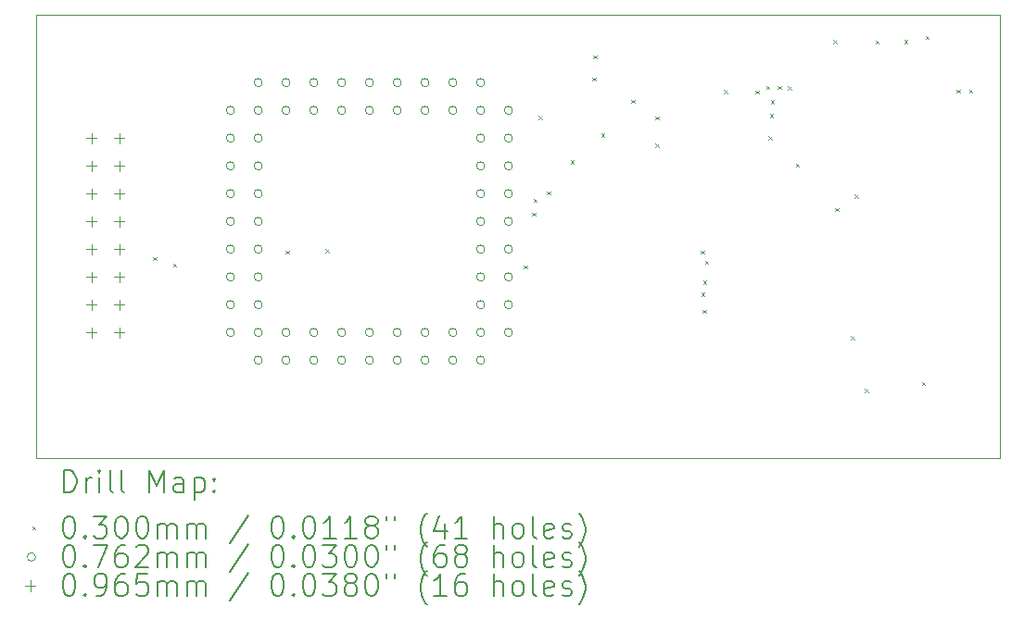
<source format=gbr>
%TF.GenerationSoftware,KiCad,Pcbnew,8.0.2-1*%
%TF.CreationDate,2024-05-11T10:02:11-04:00*%
%TF.ProjectId,Rom 01 IIgs RGBToHDMI,526f6d20-3031-4204-9949-677320524742,rev?*%
%TF.SameCoordinates,Original*%
%TF.FileFunction,Drillmap*%
%TF.FilePolarity,Positive*%
%FSLAX45Y45*%
G04 Gerber Fmt 4.5, Leading zero omitted, Abs format (unit mm)*
G04 Created by KiCad (PCBNEW 8.0.2-1) date 2024-05-11 10:02:11*
%MOMM*%
%LPD*%
G01*
G04 APERTURE LIST*
%ADD10C,0.050000*%
%ADD11C,0.200000*%
%ADD12C,0.100000*%
G04 APERTURE END LIST*
D10*
X6985000Y-6750000D02*
X15794000Y-6750000D01*
X15794000Y-10800000D01*
X6985000Y-10800000D01*
X6985000Y-6750000D01*
D11*
D12*
X8059010Y-8960990D02*
X8089010Y-8990990D01*
X8089010Y-8960990D02*
X8059010Y-8990990D01*
X8239240Y-9022110D02*
X8269240Y-9052110D01*
X8269240Y-9022110D02*
X8239240Y-9052110D01*
X9268640Y-8901560D02*
X9298640Y-8931560D01*
X9298640Y-8901560D02*
X9268640Y-8931560D01*
X9631490Y-8891620D02*
X9661490Y-8921620D01*
X9661490Y-8891620D02*
X9631490Y-8921620D01*
X11445590Y-9037670D02*
X11475590Y-9067670D01*
X11475590Y-9037670D02*
X11445590Y-9067670D01*
X11521650Y-8557050D02*
X11551650Y-8587050D01*
X11551650Y-8557050D02*
X11521650Y-8587050D01*
X11533290Y-8428640D02*
X11563290Y-8458640D01*
X11563290Y-8428640D02*
X11533290Y-8458640D01*
X11580000Y-7671060D02*
X11610000Y-7701060D01*
X11610000Y-7671060D02*
X11580000Y-7701060D01*
X11655080Y-8360210D02*
X11685080Y-8390210D01*
X11685080Y-8360210D02*
X11655080Y-8390210D01*
X11870040Y-8076370D02*
X11900040Y-8106370D01*
X11900040Y-8076370D02*
X11870040Y-8106370D01*
X12072160Y-7319950D02*
X12102160Y-7349950D01*
X12102160Y-7319950D02*
X12072160Y-7349950D01*
X12077540Y-7118030D02*
X12107540Y-7148030D01*
X12107540Y-7118030D02*
X12077540Y-7148030D01*
X12150170Y-7830350D02*
X12180170Y-7860350D01*
X12180170Y-7830350D02*
X12150170Y-7860350D01*
X12426210Y-7522000D02*
X12456210Y-7552000D01*
X12456210Y-7522000D02*
X12426210Y-7552000D01*
X12643790Y-7674050D02*
X12673790Y-7704050D01*
X12673790Y-7674050D02*
X12643790Y-7704050D01*
X12645790Y-7923540D02*
X12675790Y-7953540D01*
X12675790Y-7923540D02*
X12645790Y-7953540D01*
X13063060Y-8901290D02*
X13093060Y-8931290D01*
X13093060Y-8901290D02*
X13063060Y-8931290D01*
X13065680Y-9289500D02*
X13095680Y-9319500D01*
X13095680Y-9289500D02*
X13065680Y-9319500D01*
X13075900Y-9445440D02*
X13105900Y-9475440D01*
X13105900Y-9445440D02*
X13075900Y-9475440D01*
X13081970Y-9179530D02*
X13111970Y-9209530D01*
X13111970Y-9179530D02*
X13081970Y-9209530D01*
X13099610Y-8996560D02*
X13129610Y-9026560D01*
X13129610Y-8996560D02*
X13099610Y-9026560D01*
X13273620Y-7436040D02*
X13303620Y-7466040D01*
X13303620Y-7436040D02*
X13273620Y-7466040D01*
X13560340Y-7437880D02*
X13590340Y-7467880D01*
X13590340Y-7437880D02*
X13560340Y-7467880D01*
X13656160Y-7395230D02*
X13686160Y-7425230D01*
X13686160Y-7395230D02*
X13656160Y-7425230D01*
X13680280Y-7855260D02*
X13710280Y-7885260D01*
X13710280Y-7855260D02*
X13680280Y-7885260D01*
X13691260Y-7652850D02*
X13721260Y-7682850D01*
X13721260Y-7652850D02*
X13691260Y-7682850D01*
X13700460Y-7525430D02*
X13730460Y-7555430D01*
X13730460Y-7525430D02*
X13700460Y-7555430D01*
X13761730Y-7394030D02*
X13791730Y-7424030D01*
X13791730Y-7394030D02*
X13761730Y-7424030D01*
X13855070Y-7400850D02*
X13885070Y-7430850D01*
X13885070Y-7400850D02*
X13855070Y-7430850D01*
X13926990Y-8107150D02*
X13956990Y-8137150D01*
X13956990Y-8107150D02*
X13926990Y-8137150D01*
X14272660Y-6978240D02*
X14302660Y-7008240D01*
X14302660Y-6978240D02*
X14272660Y-7008240D01*
X14286880Y-8514900D02*
X14316880Y-8544900D01*
X14316880Y-8514900D02*
X14286880Y-8544900D01*
X14431160Y-9687300D02*
X14461160Y-9717300D01*
X14461160Y-9687300D02*
X14431160Y-9717300D01*
X14464650Y-8390560D02*
X14494650Y-8420560D01*
X14494650Y-8390560D02*
X14464650Y-8420560D01*
X14557350Y-10168570D02*
X14587350Y-10198570D01*
X14587350Y-10168570D02*
X14557350Y-10198570D01*
X14655590Y-6981330D02*
X14685590Y-7011330D01*
X14685590Y-6981330D02*
X14655590Y-7011330D01*
X14920290Y-6977360D02*
X14950290Y-7007360D01*
X14950290Y-6977360D02*
X14920290Y-7007360D01*
X15080180Y-10104330D02*
X15110180Y-10134330D01*
X15110180Y-10104330D02*
X15080180Y-10134330D01*
X15113320Y-6937530D02*
X15143320Y-6967530D01*
X15143320Y-6937530D02*
X15113320Y-6967530D01*
X15395790Y-7428000D02*
X15425790Y-7458000D01*
X15425790Y-7428000D02*
X15395790Y-7458000D01*
X15511860Y-7429050D02*
X15541860Y-7459050D01*
X15541860Y-7429050D02*
X15511860Y-7459050D01*
X8801100Y-7620000D02*
G75*
G02*
X8724900Y-7620000I-38100J0D01*
G01*
X8724900Y-7620000D02*
G75*
G02*
X8801100Y-7620000I38100J0D01*
G01*
X8801100Y-7874000D02*
G75*
G02*
X8724900Y-7874000I-38100J0D01*
G01*
X8724900Y-7874000D02*
G75*
G02*
X8801100Y-7874000I38100J0D01*
G01*
X8801100Y-8128000D02*
G75*
G02*
X8724900Y-8128000I-38100J0D01*
G01*
X8724900Y-8128000D02*
G75*
G02*
X8801100Y-8128000I38100J0D01*
G01*
X8801100Y-8382000D02*
G75*
G02*
X8724900Y-8382000I-38100J0D01*
G01*
X8724900Y-8382000D02*
G75*
G02*
X8801100Y-8382000I38100J0D01*
G01*
X8801100Y-8636000D02*
G75*
G02*
X8724900Y-8636000I-38100J0D01*
G01*
X8724900Y-8636000D02*
G75*
G02*
X8801100Y-8636000I38100J0D01*
G01*
X8801100Y-8890000D02*
G75*
G02*
X8724900Y-8890000I-38100J0D01*
G01*
X8724900Y-8890000D02*
G75*
G02*
X8801100Y-8890000I38100J0D01*
G01*
X8801100Y-9144000D02*
G75*
G02*
X8724900Y-9144000I-38100J0D01*
G01*
X8724900Y-9144000D02*
G75*
G02*
X8801100Y-9144000I38100J0D01*
G01*
X8801100Y-9398000D02*
G75*
G02*
X8724900Y-9398000I-38100J0D01*
G01*
X8724900Y-9398000D02*
G75*
G02*
X8801100Y-9398000I38100J0D01*
G01*
X8801100Y-9652000D02*
G75*
G02*
X8724900Y-9652000I-38100J0D01*
G01*
X8724900Y-9652000D02*
G75*
G02*
X8801100Y-9652000I38100J0D01*
G01*
X9055100Y-7366000D02*
G75*
G02*
X8978900Y-7366000I-38100J0D01*
G01*
X8978900Y-7366000D02*
G75*
G02*
X9055100Y-7366000I38100J0D01*
G01*
X9055100Y-7620000D02*
G75*
G02*
X8978900Y-7620000I-38100J0D01*
G01*
X8978900Y-7620000D02*
G75*
G02*
X9055100Y-7620000I38100J0D01*
G01*
X9055100Y-7874000D02*
G75*
G02*
X8978900Y-7874000I-38100J0D01*
G01*
X8978900Y-7874000D02*
G75*
G02*
X9055100Y-7874000I38100J0D01*
G01*
X9055100Y-8128000D02*
G75*
G02*
X8978900Y-8128000I-38100J0D01*
G01*
X8978900Y-8128000D02*
G75*
G02*
X9055100Y-8128000I38100J0D01*
G01*
X9055100Y-8382000D02*
G75*
G02*
X8978900Y-8382000I-38100J0D01*
G01*
X8978900Y-8382000D02*
G75*
G02*
X9055100Y-8382000I38100J0D01*
G01*
X9055100Y-8636000D02*
G75*
G02*
X8978900Y-8636000I-38100J0D01*
G01*
X8978900Y-8636000D02*
G75*
G02*
X9055100Y-8636000I38100J0D01*
G01*
X9055100Y-8890000D02*
G75*
G02*
X8978900Y-8890000I-38100J0D01*
G01*
X8978900Y-8890000D02*
G75*
G02*
X9055100Y-8890000I38100J0D01*
G01*
X9055100Y-9144000D02*
G75*
G02*
X8978900Y-9144000I-38100J0D01*
G01*
X8978900Y-9144000D02*
G75*
G02*
X9055100Y-9144000I38100J0D01*
G01*
X9055100Y-9398000D02*
G75*
G02*
X8978900Y-9398000I-38100J0D01*
G01*
X8978900Y-9398000D02*
G75*
G02*
X9055100Y-9398000I38100J0D01*
G01*
X9055100Y-9652000D02*
G75*
G02*
X8978900Y-9652000I-38100J0D01*
G01*
X8978900Y-9652000D02*
G75*
G02*
X9055100Y-9652000I38100J0D01*
G01*
X9055100Y-9906000D02*
G75*
G02*
X8978900Y-9906000I-38100J0D01*
G01*
X8978900Y-9906000D02*
G75*
G02*
X9055100Y-9906000I38100J0D01*
G01*
X9309100Y-7366000D02*
G75*
G02*
X9232900Y-7366000I-38100J0D01*
G01*
X9232900Y-7366000D02*
G75*
G02*
X9309100Y-7366000I38100J0D01*
G01*
X9309100Y-7620000D02*
G75*
G02*
X9232900Y-7620000I-38100J0D01*
G01*
X9232900Y-7620000D02*
G75*
G02*
X9309100Y-7620000I38100J0D01*
G01*
X9309100Y-9652000D02*
G75*
G02*
X9232900Y-9652000I-38100J0D01*
G01*
X9232900Y-9652000D02*
G75*
G02*
X9309100Y-9652000I38100J0D01*
G01*
X9309100Y-9906000D02*
G75*
G02*
X9232900Y-9906000I-38100J0D01*
G01*
X9232900Y-9906000D02*
G75*
G02*
X9309100Y-9906000I38100J0D01*
G01*
X9563100Y-7366000D02*
G75*
G02*
X9486900Y-7366000I-38100J0D01*
G01*
X9486900Y-7366000D02*
G75*
G02*
X9563100Y-7366000I38100J0D01*
G01*
X9563100Y-7620000D02*
G75*
G02*
X9486900Y-7620000I-38100J0D01*
G01*
X9486900Y-7620000D02*
G75*
G02*
X9563100Y-7620000I38100J0D01*
G01*
X9563100Y-9652000D02*
G75*
G02*
X9486900Y-9652000I-38100J0D01*
G01*
X9486900Y-9652000D02*
G75*
G02*
X9563100Y-9652000I38100J0D01*
G01*
X9563100Y-9906000D02*
G75*
G02*
X9486900Y-9906000I-38100J0D01*
G01*
X9486900Y-9906000D02*
G75*
G02*
X9563100Y-9906000I38100J0D01*
G01*
X9817100Y-7366000D02*
G75*
G02*
X9740900Y-7366000I-38100J0D01*
G01*
X9740900Y-7366000D02*
G75*
G02*
X9817100Y-7366000I38100J0D01*
G01*
X9817100Y-7620000D02*
G75*
G02*
X9740900Y-7620000I-38100J0D01*
G01*
X9740900Y-7620000D02*
G75*
G02*
X9817100Y-7620000I38100J0D01*
G01*
X9817100Y-9652000D02*
G75*
G02*
X9740900Y-9652000I-38100J0D01*
G01*
X9740900Y-9652000D02*
G75*
G02*
X9817100Y-9652000I38100J0D01*
G01*
X9817100Y-9906000D02*
G75*
G02*
X9740900Y-9906000I-38100J0D01*
G01*
X9740900Y-9906000D02*
G75*
G02*
X9817100Y-9906000I38100J0D01*
G01*
X10071100Y-7366000D02*
G75*
G02*
X9994900Y-7366000I-38100J0D01*
G01*
X9994900Y-7366000D02*
G75*
G02*
X10071100Y-7366000I38100J0D01*
G01*
X10071100Y-7620000D02*
G75*
G02*
X9994900Y-7620000I-38100J0D01*
G01*
X9994900Y-7620000D02*
G75*
G02*
X10071100Y-7620000I38100J0D01*
G01*
X10071100Y-9652000D02*
G75*
G02*
X9994900Y-9652000I-38100J0D01*
G01*
X9994900Y-9652000D02*
G75*
G02*
X10071100Y-9652000I38100J0D01*
G01*
X10071100Y-9906000D02*
G75*
G02*
X9994900Y-9906000I-38100J0D01*
G01*
X9994900Y-9906000D02*
G75*
G02*
X10071100Y-9906000I38100J0D01*
G01*
X10325100Y-7366000D02*
G75*
G02*
X10248900Y-7366000I-38100J0D01*
G01*
X10248900Y-7366000D02*
G75*
G02*
X10325100Y-7366000I38100J0D01*
G01*
X10325100Y-7620000D02*
G75*
G02*
X10248900Y-7620000I-38100J0D01*
G01*
X10248900Y-7620000D02*
G75*
G02*
X10325100Y-7620000I38100J0D01*
G01*
X10325100Y-9652000D02*
G75*
G02*
X10248900Y-9652000I-38100J0D01*
G01*
X10248900Y-9652000D02*
G75*
G02*
X10325100Y-9652000I38100J0D01*
G01*
X10325100Y-9906000D02*
G75*
G02*
X10248900Y-9906000I-38100J0D01*
G01*
X10248900Y-9906000D02*
G75*
G02*
X10325100Y-9906000I38100J0D01*
G01*
X10579100Y-7366000D02*
G75*
G02*
X10502900Y-7366000I-38100J0D01*
G01*
X10502900Y-7366000D02*
G75*
G02*
X10579100Y-7366000I38100J0D01*
G01*
X10579100Y-7620000D02*
G75*
G02*
X10502900Y-7620000I-38100J0D01*
G01*
X10502900Y-7620000D02*
G75*
G02*
X10579100Y-7620000I38100J0D01*
G01*
X10579100Y-9652000D02*
G75*
G02*
X10502900Y-9652000I-38100J0D01*
G01*
X10502900Y-9652000D02*
G75*
G02*
X10579100Y-9652000I38100J0D01*
G01*
X10579100Y-9906000D02*
G75*
G02*
X10502900Y-9906000I-38100J0D01*
G01*
X10502900Y-9906000D02*
G75*
G02*
X10579100Y-9906000I38100J0D01*
G01*
X10833100Y-7366000D02*
G75*
G02*
X10756900Y-7366000I-38100J0D01*
G01*
X10756900Y-7366000D02*
G75*
G02*
X10833100Y-7366000I38100J0D01*
G01*
X10833100Y-7620000D02*
G75*
G02*
X10756900Y-7620000I-38100J0D01*
G01*
X10756900Y-7620000D02*
G75*
G02*
X10833100Y-7620000I38100J0D01*
G01*
X10833100Y-9652000D02*
G75*
G02*
X10756900Y-9652000I-38100J0D01*
G01*
X10756900Y-9652000D02*
G75*
G02*
X10833100Y-9652000I38100J0D01*
G01*
X10833100Y-9906000D02*
G75*
G02*
X10756900Y-9906000I-38100J0D01*
G01*
X10756900Y-9906000D02*
G75*
G02*
X10833100Y-9906000I38100J0D01*
G01*
X11087100Y-7366000D02*
G75*
G02*
X11010900Y-7366000I-38100J0D01*
G01*
X11010900Y-7366000D02*
G75*
G02*
X11087100Y-7366000I38100J0D01*
G01*
X11087100Y-7620000D02*
G75*
G02*
X11010900Y-7620000I-38100J0D01*
G01*
X11010900Y-7620000D02*
G75*
G02*
X11087100Y-7620000I38100J0D01*
G01*
X11087100Y-7874000D02*
G75*
G02*
X11010900Y-7874000I-38100J0D01*
G01*
X11010900Y-7874000D02*
G75*
G02*
X11087100Y-7874000I38100J0D01*
G01*
X11087100Y-8128000D02*
G75*
G02*
X11010900Y-8128000I-38100J0D01*
G01*
X11010900Y-8128000D02*
G75*
G02*
X11087100Y-8128000I38100J0D01*
G01*
X11087100Y-8382000D02*
G75*
G02*
X11010900Y-8382000I-38100J0D01*
G01*
X11010900Y-8382000D02*
G75*
G02*
X11087100Y-8382000I38100J0D01*
G01*
X11087100Y-8636000D02*
G75*
G02*
X11010900Y-8636000I-38100J0D01*
G01*
X11010900Y-8636000D02*
G75*
G02*
X11087100Y-8636000I38100J0D01*
G01*
X11087100Y-8890000D02*
G75*
G02*
X11010900Y-8890000I-38100J0D01*
G01*
X11010900Y-8890000D02*
G75*
G02*
X11087100Y-8890000I38100J0D01*
G01*
X11087100Y-9144000D02*
G75*
G02*
X11010900Y-9144000I-38100J0D01*
G01*
X11010900Y-9144000D02*
G75*
G02*
X11087100Y-9144000I38100J0D01*
G01*
X11087100Y-9398000D02*
G75*
G02*
X11010900Y-9398000I-38100J0D01*
G01*
X11010900Y-9398000D02*
G75*
G02*
X11087100Y-9398000I38100J0D01*
G01*
X11087100Y-9652000D02*
G75*
G02*
X11010900Y-9652000I-38100J0D01*
G01*
X11010900Y-9652000D02*
G75*
G02*
X11087100Y-9652000I38100J0D01*
G01*
X11087100Y-9906000D02*
G75*
G02*
X11010900Y-9906000I-38100J0D01*
G01*
X11010900Y-9906000D02*
G75*
G02*
X11087100Y-9906000I38100J0D01*
G01*
X11341100Y-7620000D02*
G75*
G02*
X11264900Y-7620000I-38100J0D01*
G01*
X11264900Y-7620000D02*
G75*
G02*
X11341100Y-7620000I38100J0D01*
G01*
X11341100Y-7874000D02*
G75*
G02*
X11264900Y-7874000I-38100J0D01*
G01*
X11264900Y-7874000D02*
G75*
G02*
X11341100Y-7874000I38100J0D01*
G01*
X11341100Y-8128000D02*
G75*
G02*
X11264900Y-8128000I-38100J0D01*
G01*
X11264900Y-8128000D02*
G75*
G02*
X11341100Y-8128000I38100J0D01*
G01*
X11341100Y-8382000D02*
G75*
G02*
X11264900Y-8382000I-38100J0D01*
G01*
X11264900Y-8382000D02*
G75*
G02*
X11341100Y-8382000I38100J0D01*
G01*
X11341100Y-8636000D02*
G75*
G02*
X11264900Y-8636000I-38100J0D01*
G01*
X11264900Y-8636000D02*
G75*
G02*
X11341100Y-8636000I38100J0D01*
G01*
X11341100Y-8890000D02*
G75*
G02*
X11264900Y-8890000I-38100J0D01*
G01*
X11264900Y-8890000D02*
G75*
G02*
X11341100Y-8890000I38100J0D01*
G01*
X11341100Y-9144000D02*
G75*
G02*
X11264900Y-9144000I-38100J0D01*
G01*
X11264900Y-9144000D02*
G75*
G02*
X11341100Y-9144000I38100J0D01*
G01*
X11341100Y-9398000D02*
G75*
G02*
X11264900Y-9398000I-38100J0D01*
G01*
X11264900Y-9398000D02*
G75*
G02*
X11341100Y-9398000I38100J0D01*
G01*
X11341100Y-9652000D02*
G75*
G02*
X11264900Y-9652000I-38100J0D01*
G01*
X11264900Y-9652000D02*
G75*
G02*
X11341100Y-9652000I38100J0D01*
G01*
X7493000Y-7825740D02*
X7493000Y-7922260D01*
X7444740Y-7874000D02*
X7541260Y-7874000D01*
X7493000Y-8079740D02*
X7493000Y-8176260D01*
X7444740Y-8128000D02*
X7541260Y-8128000D01*
X7493000Y-8333740D02*
X7493000Y-8430260D01*
X7444740Y-8382000D02*
X7541260Y-8382000D01*
X7493000Y-8587740D02*
X7493000Y-8684260D01*
X7444740Y-8636000D02*
X7541260Y-8636000D01*
X7493000Y-8841740D02*
X7493000Y-8938260D01*
X7444740Y-8890000D02*
X7541260Y-8890000D01*
X7493000Y-9095740D02*
X7493000Y-9192260D01*
X7444740Y-9144000D02*
X7541260Y-9144000D01*
X7493000Y-9349740D02*
X7493000Y-9446260D01*
X7444740Y-9398000D02*
X7541260Y-9398000D01*
X7493000Y-9603740D02*
X7493000Y-9700260D01*
X7444740Y-9652000D02*
X7541260Y-9652000D01*
X7747000Y-7825740D02*
X7747000Y-7922260D01*
X7698740Y-7874000D02*
X7795260Y-7874000D01*
X7747000Y-8079740D02*
X7747000Y-8176260D01*
X7698740Y-8128000D02*
X7795260Y-8128000D01*
X7747000Y-8333740D02*
X7747000Y-8430260D01*
X7698740Y-8382000D02*
X7795260Y-8382000D01*
X7747000Y-8587740D02*
X7747000Y-8684260D01*
X7698740Y-8636000D02*
X7795260Y-8636000D01*
X7747000Y-8841740D02*
X7747000Y-8938260D01*
X7698740Y-8890000D02*
X7795260Y-8890000D01*
X7747000Y-9095740D02*
X7747000Y-9192260D01*
X7698740Y-9144000D02*
X7795260Y-9144000D01*
X7747000Y-9349740D02*
X7747000Y-9446260D01*
X7698740Y-9398000D02*
X7795260Y-9398000D01*
X7747000Y-9603740D02*
X7747000Y-9700260D01*
X7698740Y-9652000D02*
X7795260Y-9652000D01*
D11*
X7243277Y-11113984D02*
X7243277Y-10913984D01*
X7243277Y-10913984D02*
X7290896Y-10913984D01*
X7290896Y-10913984D02*
X7319467Y-10923508D01*
X7319467Y-10923508D02*
X7338515Y-10942555D01*
X7338515Y-10942555D02*
X7348039Y-10961603D01*
X7348039Y-10961603D02*
X7357562Y-10999698D01*
X7357562Y-10999698D02*
X7357562Y-11028270D01*
X7357562Y-11028270D02*
X7348039Y-11066365D01*
X7348039Y-11066365D02*
X7338515Y-11085412D01*
X7338515Y-11085412D02*
X7319467Y-11104460D01*
X7319467Y-11104460D02*
X7290896Y-11113984D01*
X7290896Y-11113984D02*
X7243277Y-11113984D01*
X7443277Y-11113984D02*
X7443277Y-10980650D01*
X7443277Y-11018746D02*
X7452801Y-10999698D01*
X7452801Y-10999698D02*
X7462324Y-10990174D01*
X7462324Y-10990174D02*
X7481372Y-10980650D01*
X7481372Y-10980650D02*
X7500420Y-10980650D01*
X7567086Y-11113984D02*
X7567086Y-10980650D01*
X7567086Y-10913984D02*
X7557562Y-10923508D01*
X7557562Y-10923508D02*
X7567086Y-10933031D01*
X7567086Y-10933031D02*
X7576610Y-10923508D01*
X7576610Y-10923508D02*
X7567086Y-10913984D01*
X7567086Y-10913984D02*
X7567086Y-10933031D01*
X7690896Y-11113984D02*
X7671848Y-11104460D01*
X7671848Y-11104460D02*
X7662324Y-11085412D01*
X7662324Y-11085412D02*
X7662324Y-10913984D01*
X7795658Y-11113984D02*
X7776610Y-11104460D01*
X7776610Y-11104460D02*
X7767086Y-11085412D01*
X7767086Y-11085412D02*
X7767086Y-10913984D01*
X8024229Y-11113984D02*
X8024229Y-10913984D01*
X8024229Y-10913984D02*
X8090896Y-11056841D01*
X8090896Y-11056841D02*
X8157562Y-10913984D01*
X8157562Y-10913984D02*
X8157562Y-11113984D01*
X8338515Y-11113984D02*
X8338515Y-11009222D01*
X8338515Y-11009222D02*
X8328991Y-10990174D01*
X8328991Y-10990174D02*
X8309943Y-10980650D01*
X8309943Y-10980650D02*
X8271848Y-10980650D01*
X8271848Y-10980650D02*
X8252801Y-10990174D01*
X8338515Y-11104460D02*
X8319467Y-11113984D01*
X8319467Y-11113984D02*
X8271848Y-11113984D01*
X8271848Y-11113984D02*
X8252801Y-11104460D01*
X8252801Y-11104460D02*
X8243277Y-11085412D01*
X8243277Y-11085412D02*
X8243277Y-11066365D01*
X8243277Y-11066365D02*
X8252801Y-11047317D01*
X8252801Y-11047317D02*
X8271848Y-11037793D01*
X8271848Y-11037793D02*
X8319467Y-11037793D01*
X8319467Y-11037793D02*
X8338515Y-11028270D01*
X8433753Y-10980650D02*
X8433753Y-11180650D01*
X8433753Y-10990174D02*
X8452801Y-10980650D01*
X8452801Y-10980650D02*
X8490896Y-10980650D01*
X8490896Y-10980650D02*
X8509944Y-10990174D01*
X8509944Y-10990174D02*
X8519467Y-10999698D01*
X8519467Y-10999698D02*
X8528991Y-11018746D01*
X8528991Y-11018746D02*
X8528991Y-11075889D01*
X8528991Y-11075889D02*
X8519467Y-11094936D01*
X8519467Y-11094936D02*
X8509944Y-11104460D01*
X8509944Y-11104460D02*
X8490896Y-11113984D01*
X8490896Y-11113984D02*
X8452801Y-11113984D01*
X8452801Y-11113984D02*
X8433753Y-11104460D01*
X8614705Y-11094936D02*
X8624229Y-11104460D01*
X8624229Y-11104460D02*
X8614705Y-11113984D01*
X8614705Y-11113984D02*
X8605182Y-11104460D01*
X8605182Y-11104460D02*
X8614705Y-11094936D01*
X8614705Y-11094936D02*
X8614705Y-11113984D01*
X8614705Y-10990174D02*
X8624229Y-10999698D01*
X8624229Y-10999698D02*
X8614705Y-11009222D01*
X8614705Y-11009222D02*
X8605182Y-10999698D01*
X8605182Y-10999698D02*
X8614705Y-10990174D01*
X8614705Y-10990174D02*
X8614705Y-11009222D01*
D12*
X6952500Y-11427500D02*
X6982500Y-11457500D01*
X6982500Y-11427500D02*
X6952500Y-11457500D01*
D11*
X7281372Y-11333984D02*
X7300420Y-11333984D01*
X7300420Y-11333984D02*
X7319467Y-11343508D01*
X7319467Y-11343508D02*
X7328991Y-11353031D01*
X7328991Y-11353031D02*
X7338515Y-11372079D01*
X7338515Y-11372079D02*
X7348039Y-11410174D01*
X7348039Y-11410174D02*
X7348039Y-11457793D01*
X7348039Y-11457793D02*
X7338515Y-11495888D01*
X7338515Y-11495888D02*
X7328991Y-11514936D01*
X7328991Y-11514936D02*
X7319467Y-11524460D01*
X7319467Y-11524460D02*
X7300420Y-11533984D01*
X7300420Y-11533984D02*
X7281372Y-11533984D01*
X7281372Y-11533984D02*
X7262324Y-11524460D01*
X7262324Y-11524460D02*
X7252801Y-11514936D01*
X7252801Y-11514936D02*
X7243277Y-11495888D01*
X7243277Y-11495888D02*
X7233753Y-11457793D01*
X7233753Y-11457793D02*
X7233753Y-11410174D01*
X7233753Y-11410174D02*
X7243277Y-11372079D01*
X7243277Y-11372079D02*
X7252801Y-11353031D01*
X7252801Y-11353031D02*
X7262324Y-11343508D01*
X7262324Y-11343508D02*
X7281372Y-11333984D01*
X7433753Y-11514936D02*
X7443277Y-11524460D01*
X7443277Y-11524460D02*
X7433753Y-11533984D01*
X7433753Y-11533984D02*
X7424229Y-11524460D01*
X7424229Y-11524460D02*
X7433753Y-11514936D01*
X7433753Y-11514936D02*
X7433753Y-11533984D01*
X7509943Y-11333984D02*
X7633753Y-11333984D01*
X7633753Y-11333984D02*
X7567086Y-11410174D01*
X7567086Y-11410174D02*
X7595658Y-11410174D01*
X7595658Y-11410174D02*
X7614705Y-11419698D01*
X7614705Y-11419698D02*
X7624229Y-11429222D01*
X7624229Y-11429222D02*
X7633753Y-11448269D01*
X7633753Y-11448269D02*
X7633753Y-11495888D01*
X7633753Y-11495888D02*
X7624229Y-11514936D01*
X7624229Y-11514936D02*
X7614705Y-11524460D01*
X7614705Y-11524460D02*
X7595658Y-11533984D01*
X7595658Y-11533984D02*
X7538515Y-11533984D01*
X7538515Y-11533984D02*
X7519467Y-11524460D01*
X7519467Y-11524460D02*
X7509943Y-11514936D01*
X7757562Y-11333984D02*
X7776610Y-11333984D01*
X7776610Y-11333984D02*
X7795658Y-11343508D01*
X7795658Y-11343508D02*
X7805182Y-11353031D01*
X7805182Y-11353031D02*
X7814705Y-11372079D01*
X7814705Y-11372079D02*
X7824229Y-11410174D01*
X7824229Y-11410174D02*
X7824229Y-11457793D01*
X7824229Y-11457793D02*
X7814705Y-11495888D01*
X7814705Y-11495888D02*
X7805182Y-11514936D01*
X7805182Y-11514936D02*
X7795658Y-11524460D01*
X7795658Y-11524460D02*
X7776610Y-11533984D01*
X7776610Y-11533984D02*
X7757562Y-11533984D01*
X7757562Y-11533984D02*
X7738515Y-11524460D01*
X7738515Y-11524460D02*
X7728991Y-11514936D01*
X7728991Y-11514936D02*
X7719467Y-11495888D01*
X7719467Y-11495888D02*
X7709943Y-11457793D01*
X7709943Y-11457793D02*
X7709943Y-11410174D01*
X7709943Y-11410174D02*
X7719467Y-11372079D01*
X7719467Y-11372079D02*
X7728991Y-11353031D01*
X7728991Y-11353031D02*
X7738515Y-11343508D01*
X7738515Y-11343508D02*
X7757562Y-11333984D01*
X7948039Y-11333984D02*
X7967086Y-11333984D01*
X7967086Y-11333984D02*
X7986134Y-11343508D01*
X7986134Y-11343508D02*
X7995658Y-11353031D01*
X7995658Y-11353031D02*
X8005182Y-11372079D01*
X8005182Y-11372079D02*
X8014705Y-11410174D01*
X8014705Y-11410174D02*
X8014705Y-11457793D01*
X8014705Y-11457793D02*
X8005182Y-11495888D01*
X8005182Y-11495888D02*
X7995658Y-11514936D01*
X7995658Y-11514936D02*
X7986134Y-11524460D01*
X7986134Y-11524460D02*
X7967086Y-11533984D01*
X7967086Y-11533984D02*
X7948039Y-11533984D01*
X7948039Y-11533984D02*
X7928991Y-11524460D01*
X7928991Y-11524460D02*
X7919467Y-11514936D01*
X7919467Y-11514936D02*
X7909943Y-11495888D01*
X7909943Y-11495888D02*
X7900420Y-11457793D01*
X7900420Y-11457793D02*
X7900420Y-11410174D01*
X7900420Y-11410174D02*
X7909943Y-11372079D01*
X7909943Y-11372079D02*
X7919467Y-11353031D01*
X7919467Y-11353031D02*
X7928991Y-11343508D01*
X7928991Y-11343508D02*
X7948039Y-11333984D01*
X8100420Y-11533984D02*
X8100420Y-11400650D01*
X8100420Y-11419698D02*
X8109943Y-11410174D01*
X8109943Y-11410174D02*
X8128991Y-11400650D01*
X8128991Y-11400650D02*
X8157563Y-11400650D01*
X8157563Y-11400650D02*
X8176610Y-11410174D01*
X8176610Y-11410174D02*
X8186134Y-11429222D01*
X8186134Y-11429222D02*
X8186134Y-11533984D01*
X8186134Y-11429222D02*
X8195658Y-11410174D01*
X8195658Y-11410174D02*
X8214705Y-11400650D01*
X8214705Y-11400650D02*
X8243277Y-11400650D01*
X8243277Y-11400650D02*
X8262324Y-11410174D01*
X8262324Y-11410174D02*
X8271848Y-11429222D01*
X8271848Y-11429222D02*
X8271848Y-11533984D01*
X8367086Y-11533984D02*
X8367086Y-11400650D01*
X8367086Y-11419698D02*
X8376610Y-11410174D01*
X8376610Y-11410174D02*
X8395658Y-11400650D01*
X8395658Y-11400650D02*
X8424229Y-11400650D01*
X8424229Y-11400650D02*
X8443277Y-11410174D01*
X8443277Y-11410174D02*
X8452801Y-11429222D01*
X8452801Y-11429222D02*
X8452801Y-11533984D01*
X8452801Y-11429222D02*
X8462325Y-11410174D01*
X8462325Y-11410174D02*
X8481372Y-11400650D01*
X8481372Y-11400650D02*
X8509944Y-11400650D01*
X8509944Y-11400650D02*
X8528991Y-11410174D01*
X8528991Y-11410174D02*
X8538515Y-11429222D01*
X8538515Y-11429222D02*
X8538515Y-11533984D01*
X8928991Y-11324460D02*
X8757563Y-11581603D01*
X9186134Y-11333984D02*
X9205182Y-11333984D01*
X9205182Y-11333984D02*
X9224229Y-11343508D01*
X9224229Y-11343508D02*
X9233753Y-11353031D01*
X9233753Y-11353031D02*
X9243277Y-11372079D01*
X9243277Y-11372079D02*
X9252801Y-11410174D01*
X9252801Y-11410174D02*
X9252801Y-11457793D01*
X9252801Y-11457793D02*
X9243277Y-11495888D01*
X9243277Y-11495888D02*
X9233753Y-11514936D01*
X9233753Y-11514936D02*
X9224229Y-11524460D01*
X9224229Y-11524460D02*
X9205182Y-11533984D01*
X9205182Y-11533984D02*
X9186134Y-11533984D01*
X9186134Y-11533984D02*
X9167087Y-11524460D01*
X9167087Y-11524460D02*
X9157563Y-11514936D01*
X9157563Y-11514936D02*
X9148039Y-11495888D01*
X9148039Y-11495888D02*
X9138515Y-11457793D01*
X9138515Y-11457793D02*
X9138515Y-11410174D01*
X9138515Y-11410174D02*
X9148039Y-11372079D01*
X9148039Y-11372079D02*
X9157563Y-11353031D01*
X9157563Y-11353031D02*
X9167087Y-11343508D01*
X9167087Y-11343508D02*
X9186134Y-11333984D01*
X9338515Y-11514936D02*
X9348039Y-11524460D01*
X9348039Y-11524460D02*
X9338515Y-11533984D01*
X9338515Y-11533984D02*
X9328991Y-11524460D01*
X9328991Y-11524460D02*
X9338515Y-11514936D01*
X9338515Y-11514936D02*
X9338515Y-11533984D01*
X9471848Y-11333984D02*
X9490896Y-11333984D01*
X9490896Y-11333984D02*
X9509944Y-11343508D01*
X9509944Y-11343508D02*
X9519468Y-11353031D01*
X9519468Y-11353031D02*
X9528991Y-11372079D01*
X9528991Y-11372079D02*
X9538515Y-11410174D01*
X9538515Y-11410174D02*
X9538515Y-11457793D01*
X9538515Y-11457793D02*
X9528991Y-11495888D01*
X9528991Y-11495888D02*
X9519468Y-11514936D01*
X9519468Y-11514936D02*
X9509944Y-11524460D01*
X9509944Y-11524460D02*
X9490896Y-11533984D01*
X9490896Y-11533984D02*
X9471848Y-11533984D01*
X9471848Y-11533984D02*
X9452801Y-11524460D01*
X9452801Y-11524460D02*
X9443277Y-11514936D01*
X9443277Y-11514936D02*
X9433753Y-11495888D01*
X9433753Y-11495888D02*
X9424229Y-11457793D01*
X9424229Y-11457793D02*
X9424229Y-11410174D01*
X9424229Y-11410174D02*
X9433753Y-11372079D01*
X9433753Y-11372079D02*
X9443277Y-11353031D01*
X9443277Y-11353031D02*
X9452801Y-11343508D01*
X9452801Y-11343508D02*
X9471848Y-11333984D01*
X9728991Y-11533984D02*
X9614706Y-11533984D01*
X9671848Y-11533984D02*
X9671848Y-11333984D01*
X9671848Y-11333984D02*
X9652801Y-11362555D01*
X9652801Y-11362555D02*
X9633753Y-11381603D01*
X9633753Y-11381603D02*
X9614706Y-11391127D01*
X9919468Y-11533984D02*
X9805182Y-11533984D01*
X9862325Y-11533984D02*
X9862325Y-11333984D01*
X9862325Y-11333984D02*
X9843277Y-11362555D01*
X9843277Y-11362555D02*
X9824229Y-11381603D01*
X9824229Y-11381603D02*
X9805182Y-11391127D01*
X10033753Y-11419698D02*
X10014706Y-11410174D01*
X10014706Y-11410174D02*
X10005182Y-11400650D01*
X10005182Y-11400650D02*
X9995658Y-11381603D01*
X9995658Y-11381603D02*
X9995658Y-11372079D01*
X9995658Y-11372079D02*
X10005182Y-11353031D01*
X10005182Y-11353031D02*
X10014706Y-11343508D01*
X10014706Y-11343508D02*
X10033753Y-11333984D01*
X10033753Y-11333984D02*
X10071849Y-11333984D01*
X10071849Y-11333984D02*
X10090896Y-11343508D01*
X10090896Y-11343508D02*
X10100420Y-11353031D01*
X10100420Y-11353031D02*
X10109944Y-11372079D01*
X10109944Y-11372079D02*
X10109944Y-11381603D01*
X10109944Y-11381603D02*
X10100420Y-11400650D01*
X10100420Y-11400650D02*
X10090896Y-11410174D01*
X10090896Y-11410174D02*
X10071849Y-11419698D01*
X10071849Y-11419698D02*
X10033753Y-11419698D01*
X10033753Y-11419698D02*
X10014706Y-11429222D01*
X10014706Y-11429222D02*
X10005182Y-11438746D01*
X10005182Y-11438746D02*
X9995658Y-11457793D01*
X9995658Y-11457793D02*
X9995658Y-11495888D01*
X9995658Y-11495888D02*
X10005182Y-11514936D01*
X10005182Y-11514936D02*
X10014706Y-11524460D01*
X10014706Y-11524460D02*
X10033753Y-11533984D01*
X10033753Y-11533984D02*
X10071849Y-11533984D01*
X10071849Y-11533984D02*
X10090896Y-11524460D01*
X10090896Y-11524460D02*
X10100420Y-11514936D01*
X10100420Y-11514936D02*
X10109944Y-11495888D01*
X10109944Y-11495888D02*
X10109944Y-11457793D01*
X10109944Y-11457793D02*
X10100420Y-11438746D01*
X10100420Y-11438746D02*
X10090896Y-11429222D01*
X10090896Y-11429222D02*
X10071849Y-11419698D01*
X10186134Y-11333984D02*
X10186134Y-11372079D01*
X10262325Y-11333984D02*
X10262325Y-11372079D01*
X10557563Y-11610174D02*
X10548039Y-11600650D01*
X10548039Y-11600650D02*
X10528991Y-11572079D01*
X10528991Y-11572079D02*
X10519468Y-11553031D01*
X10519468Y-11553031D02*
X10509944Y-11524460D01*
X10509944Y-11524460D02*
X10500420Y-11476841D01*
X10500420Y-11476841D02*
X10500420Y-11438746D01*
X10500420Y-11438746D02*
X10509944Y-11391127D01*
X10509944Y-11391127D02*
X10519468Y-11362555D01*
X10519468Y-11362555D02*
X10528991Y-11343508D01*
X10528991Y-11343508D02*
X10548039Y-11314936D01*
X10548039Y-11314936D02*
X10557563Y-11305412D01*
X10719468Y-11400650D02*
X10719468Y-11533984D01*
X10671849Y-11324460D02*
X10624230Y-11467317D01*
X10624230Y-11467317D02*
X10748039Y-11467317D01*
X10928991Y-11533984D02*
X10814706Y-11533984D01*
X10871849Y-11533984D02*
X10871849Y-11333984D01*
X10871849Y-11333984D02*
X10852801Y-11362555D01*
X10852801Y-11362555D02*
X10833753Y-11381603D01*
X10833753Y-11381603D02*
X10814706Y-11391127D01*
X11167087Y-11533984D02*
X11167087Y-11333984D01*
X11252801Y-11533984D02*
X11252801Y-11429222D01*
X11252801Y-11429222D02*
X11243277Y-11410174D01*
X11243277Y-11410174D02*
X11224230Y-11400650D01*
X11224230Y-11400650D02*
X11195658Y-11400650D01*
X11195658Y-11400650D02*
X11176611Y-11410174D01*
X11176611Y-11410174D02*
X11167087Y-11419698D01*
X11376610Y-11533984D02*
X11357563Y-11524460D01*
X11357563Y-11524460D02*
X11348039Y-11514936D01*
X11348039Y-11514936D02*
X11338515Y-11495888D01*
X11338515Y-11495888D02*
X11338515Y-11438746D01*
X11338515Y-11438746D02*
X11348039Y-11419698D01*
X11348039Y-11419698D02*
X11357563Y-11410174D01*
X11357563Y-11410174D02*
X11376610Y-11400650D01*
X11376610Y-11400650D02*
X11405182Y-11400650D01*
X11405182Y-11400650D02*
X11424230Y-11410174D01*
X11424230Y-11410174D02*
X11433753Y-11419698D01*
X11433753Y-11419698D02*
X11443277Y-11438746D01*
X11443277Y-11438746D02*
X11443277Y-11495888D01*
X11443277Y-11495888D02*
X11433753Y-11514936D01*
X11433753Y-11514936D02*
X11424230Y-11524460D01*
X11424230Y-11524460D02*
X11405182Y-11533984D01*
X11405182Y-11533984D02*
X11376610Y-11533984D01*
X11557563Y-11533984D02*
X11538515Y-11524460D01*
X11538515Y-11524460D02*
X11528991Y-11505412D01*
X11528991Y-11505412D02*
X11528991Y-11333984D01*
X11709944Y-11524460D02*
X11690896Y-11533984D01*
X11690896Y-11533984D02*
X11652801Y-11533984D01*
X11652801Y-11533984D02*
X11633753Y-11524460D01*
X11633753Y-11524460D02*
X11624230Y-11505412D01*
X11624230Y-11505412D02*
X11624230Y-11429222D01*
X11624230Y-11429222D02*
X11633753Y-11410174D01*
X11633753Y-11410174D02*
X11652801Y-11400650D01*
X11652801Y-11400650D02*
X11690896Y-11400650D01*
X11690896Y-11400650D02*
X11709944Y-11410174D01*
X11709944Y-11410174D02*
X11719468Y-11429222D01*
X11719468Y-11429222D02*
X11719468Y-11448269D01*
X11719468Y-11448269D02*
X11624230Y-11467317D01*
X11795658Y-11524460D02*
X11814706Y-11533984D01*
X11814706Y-11533984D02*
X11852801Y-11533984D01*
X11852801Y-11533984D02*
X11871849Y-11524460D01*
X11871849Y-11524460D02*
X11881372Y-11505412D01*
X11881372Y-11505412D02*
X11881372Y-11495888D01*
X11881372Y-11495888D02*
X11871849Y-11476841D01*
X11871849Y-11476841D02*
X11852801Y-11467317D01*
X11852801Y-11467317D02*
X11824230Y-11467317D01*
X11824230Y-11467317D02*
X11805182Y-11457793D01*
X11805182Y-11457793D02*
X11795658Y-11438746D01*
X11795658Y-11438746D02*
X11795658Y-11429222D01*
X11795658Y-11429222D02*
X11805182Y-11410174D01*
X11805182Y-11410174D02*
X11824230Y-11400650D01*
X11824230Y-11400650D02*
X11852801Y-11400650D01*
X11852801Y-11400650D02*
X11871849Y-11410174D01*
X11948039Y-11610174D02*
X11957563Y-11600650D01*
X11957563Y-11600650D02*
X11976611Y-11572079D01*
X11976611Y-11572079D02*
X11986134Y-11553031D01*
X11986134Y-11553031D02*
X11995658Y-11524460D01*
X11995658Y-11524460D02*
X12005182Y-11476841D01*
X12005182Y-11476841D02*
X12005182Y-11438746D01*
X12005182Y-11438746D02*
X11995658Y-11391127D01*
X11995658Y-11391127D02*
X11986134Y-11362555D01*
X11986134Y-11362555D02*
X11976611Y-11343508D01*
X11976611Y-11343508D02*
X11957563Y-11314936D01*
X11957563Y-11314936D02*
X11948039Y-11305412D01*
D12*
X6982500Y-11706500D02*
G75*
G02*
X6906300Y-11706500I-38100J0D01*
G01*
X6906300Y-11706500D02*
G75*
G02*
X6982500Y-11706500I38100J0D01*
G01*
D11*
X7281372Y-11597984D02*
X7300420Y-11597984D01*
X7300420Y-11597984D02*
X7319467Y-11607508D01*
X7319467Y-11607508D02*
X7328991Y-11617031D01*
X7328991Y-11617031D02*
X7338515Y-11636079D01*
X7338515Y-11636079D02*
X7348039Y-11674174D01*
X7348039Y-11674174D02*
X7348039Y-11721793D01*
X7348039Y-11721793D02*
X7338515Y-11759888D01*
X7338515Y-11759888D02*
X7328991Y-11778936D01*
X7328991Y-11778936D02*
X7319467Y-11788460D01*
X7319467Y-11788460D02*
X7300420Y-11797984D01*
X7300420Y-11797984D02*
X7281372Y-11797984D01*
X7281372Y-11797984D02*
X7262324Y-11788460D01*
X7262324Y-11788460D02*
X7252801Y-11778936D01*
X7252801Y-11778936D02*
X7243277Y-11759888D01*
X7243277Y-11759888D02*
X7233753Y-11721793D01*
X7233753Y-11721793D02*
X7233753Y-11674174D01*
X7233753Y-11674174D02*
X7243277Y-11636079D01*
X7243277Y-11636079D02*
X7252801Y-11617031D01*
X7252801Y-11617031D02*
X7262324Y-11607508D01*
X7262324Y-11607508D02*
X7281372Y-11597984D01*
X7433753Y-11778936D02*
X7443277Y-11788460D01*
X7443277Y-11788460D02*
X7433753Y-11797984D01*
X7433753Y-11797984D02*
X7424229Y-11788460D01*
X7424229Y-11788460D02*
X7433753Y-11778936D01*
X7433753Y-11778936D02*
X7433753Y-11797984D01*
X7509943Y-11597984D02*
X7643277Y-11597984D01*
X7643277Y-11597984D02*
X7557562Y-11797984D01*
X7805182Y-11597984D02*
X7767086Y-11597984D01*
X7767086Y-11597984D02*
X7748039Y-11607508D01*
X7748039Y-11607508D02*
X7738515Y-11617031D01*
X7738515Y-11617031D02*
X7719467Y-11645603D01*
X7719467Y-11645603D02*
X7709943Y-11683698D01*
X7709943Y-11683698D02*
X7709943Y-11759888D01*
X7709943Y-11759888D02*
X7719467Y-11778936D01*
X7719467Y-11778936D02*
X7728991Y-11788460D01*
X7728991Y-11788460D02*
X7748039Y-11797984D01*
X7748039Y-11797984D02*
X7786134Y-11797984D01*
X7786134Y-11797984D02*
X7805182Y-11788460D01*
X7805182Y-11788460D02*
X7814705Y-11778936D01*
X7814705Y-11778936D02*
X7824229Y-11759888D01*
X7824229Y-11759888D02*
X7824229Y-11712269D01*
X7824229Y-11712269D02*
X7814705Y-11693222D01*
X7814705Y-11693222D02*
X7805182Y-11683698D01*
X7805182Y-11683698D02*
X7786134Y-11674174D01*
X7786134Y-11674174D02*
X7748039Y-11674174D01*
X7748039Y-11674174D02*
X7728991Y-11683698D01*
X7728991Y-11683698D02*
X7719467Y-11693222D01*
X7719467Y-11693222D02*
X7709943Y-11712269D01*
X7900420Y-11617031D02*
X7909943Y-11607508D01*
X7909943Y-11607508D02*
X7928991Y-11597984D01*
X7928991Y-11597984D02*
X7976610Y-11597984D01*
X7976610Y-11597984D02*
X7995658Y-11607508D01*
X7995658Y-11607508D02*
X8005182Y-11617031D01*
X8005182Y-11617031D02*
X8014705Y-11636079D01*
X8014705Y-11636079D02*
X8014705Y-11655127D01*
X8014705Y-11655127D02*
X8005182Y-11683698D01*
X8005182Y-11683698D02*
X7890896Y-11797984D01*
X7890896Y-11797984D02*
X8014705Y-11797984D01*
X8100420Y-11797984D02*
X8100420Y-11664650D01*
X8100420Y-11683698D02*
X8109943Y-11674174D01*
X8109943Y-11674174D02*
X8128991Y-11664650D01*
X8128991Y-11664650D02*
X8157563Y-11664650D01*
X8157563Y-11664650D02*
X8176610Y-11674174D01*
X8176610Y-11674174D02*
X8186134Y-11693222D01*
X8186134Y-11693222D02*
X8186134Y-11797984D01*
X8186134Y-11693222D02*
X8195658Y-11674174D01*
X8195658Y-11674174D02*
X8214705Y-11664650D01*
X8214705Y-11664650D02*
X8243277Y-11664650D01*
X8243277Y-11664650D02*
X8262324Y-11674174D01*
X8262324Y-11674174D02*
X8271848Y-11693222D01*
X8271848Y-11693222D02*
X8271848Y-11797984D01*
X8367086Y-11797984D02*
X8367086Y-11664650D01*
X8367086Y-11683698D02*
X8376610Y-11674174D01*
X8376610Y-11674174D02*
X8395658Y-11664650D01*
X8395658Y-11664650D02*
X8424229Y-11664650D01*
X8424229Y-11664650D02*
X8443277Y-11674174D01*
X8443277Y-11674174D02*
X8452801Y-11693222D01*
X8452801Y-11693222D02*
X8452801Y-11797984D01*
X8452801Y-11693222D02*
X8462325Y-11674174D01*
X8462325Y-11674174D02*
X8481372Y-11664650D01*
X8481372Y-11664650D02*
X8509944Y-11664650D01*
X8509944Y-11664650D02*
X8528991Y-11674174D01*
X8528991Y-11674174D02*
X8538515Y-11693222D01*
X8538515Y-11693222D02*
X8538515Y-11797984D01*
X8928991Y-11588460D02*
X8757563Y-11845603D01*
X9186134Y-11597984D02*
X9205182Y-11597984D01*
X9205182Y-11597984D02*
X9224229Y-11607508D01*
X9224229Y-11607508D02*
X9233753Y-11617031D01*
X9233753Y-11617031D02*
X9243277Y-11636079D01*
X9243277Y-11636079D02*
X9252801Y-11674174D01*
X9252801Y-11674174D02*
X9252801Y-11721793D01*
X9252801Y-11721793D02*
X9243277Y-11759888D01*
X9243277Y-11759888D02*
X9233753Y-11778936D01*
X9233753Y-11778936D02*
X9224229Y-11788460D01*
X9224229Y-11788460D02*
X9205182Y-11797984D01*
X9205182Y-11797984D02*
X9186134Y-11797984D01*
X9186134Y-11797984D02*
X9167087Y-11788460D01*
X9167087Y-11788460D02*
X9157563Y-11778936D01*
X9157563Y-11778936D02*
X9148039Y-11759888D01*
X9148039Y-11759888D02*
X9138515Y-11721793D01*
X9138515Y-11721793D02*
X9138515Y-11674174D01*
X9138515Y-11674174D02*
X9148039Y-11636079D01*
X9148039Y-11636079D02*
X9157563Y-11617031D01*
X9157563Y-11617031D02*
X9167087Y-11607508D01*
X9167087Y-11607508D02*
X9186134Y-11597984D01*
X9338515Y-11778936D02*
X9348039Y-11788460D01*
X9348039Y-11788460D02*
X9338515Y-11797984D01*
X9338515Y-11797984D02*
X9328991Y-11788460D01*
X9328991Y-11788460D02*
X9338515Y-11778936D01*
X9338515Y-11778936D02*
X9338515Y-11797984D01*
X9471848Y-11597984D02*
X9490896Y-11597984D01*
X9490896Y-11597984D02*
X9509944Y-11607508D01*
X9509944Y-11607508D02*
X9519468Y-11617031D01*
X9519468Y-11617031D02*
X9528991Y-11636079D01*
X9528991Y-11636079D02*
X9538515Y-11674174D01*
X9538515Y-11674174D02*
X9538515Y-11721793D01*
X9538515Y-11721793D02*
X9528991Y-11759888D01*
X9528991Y-11759888D02*
X9519468Y-11778936D01*
X9519468Y-11778936D02*
X9509944Y-11788460D01*
X9509944Y-11788460D02*
X9490896Y-11797984D01*
X9490896Y-11797984D02*
X9471848Y-11797984D01*
X9471848Y-11797984D02*
X9452801Y-11788460D01*
X9452801Y-11788460D02*
X9443277Y-11778936D01*
X9443277Y-11778936D02*
X9433753Y-11759888D01*
X9433753Y-11759888D02*
X9424229Y-11721793D01*
X9424229Y-11721793D02*
X9424229Y-11674174D01*
X9424229Y-11674174D02*
X9433753Y-11636079D01*
X9433753Y-11636079D02*
X9443277Y-11617031D01*
X9443277Y-11617031D02*
X9452801Y-11607508D01*
X9452801Y-11607508D02*
X9471848Y-11597984D01*
X9605182Y-11597984D02*
X9728991Y-11597984D01*
X9728991Y-11597984D02*
X9662325Y-11674174D01*
X9662325Y-11674174D02*
X9690896Y-11674174D01*
X9690896Y-11674174D02*
X9709944Y-11683698D01*
X9709944Y-11683698D02*
X9719468Y-11693222D01*
X9719468Y-11693222D02*
X9728991Y-11712269D01*
X9728991Y-11712269D02*
X9728991Y-11759888D01*
X9728991Y-11759888D02*
X9719468Y-11778936D01*
X9719468Y-11778936D02*
X9709944Y-11788460D01*
X9709944Y-11788460D02*
X9690896Y-11797984D01*
X9690896Y-11797984D02*
X9633753Y-11797984D01*
X9633753Y-11797984D02*
X9614706Y-11788460D01*
X9614706Y-11788460D02*
X9605182Y-11778936D01*
X9852801Y-11597984D02*
X9871849Y-11597984D01*
X9871849Y-11597984D02*
X9890896Y-11607508D01*
X9890896Y-11607508D02*
X9900420Y-11617031D01*
X9900420Y-11617031D02*
X9909944Y-11636079D01*
X9909944Y-11636079D02*
X9919468Y-11674174D01*
X9919468Y-11674174D02*
X9919468Y-11721793D01*
X9919468Y-11721793D02*
X9909944Y-11759888D01*
X9909944Y-11759888D02*
X9900420Y-11778936D01*
X9900420Y-11778936D02*
X9890896Y-11788460D01*
X9890896Y-11788460D02*
X9871849Y-11797984D01*
X9871849Y-11797984D02*
X9852801Y-11797984D01*
X9852801Y-11797984D02*
X9833753Y-11788460D01*
X9833753Y-11788460D02*
X9824229Y-11778936D01*
X9824229Y-11778936D02*
X9814706Y-11759888D01*
X9814706Y-11759888D02*
X9805182Y-11721793D01*
X9805182Y-11721793D02*
X9805182Y-11674174D01*
X9805182Y-11674174D02*
X9814706Y-11636079D01*
X9814706Y-11636079D02*
X9824229Y-11617031D01*
X9824229Y-11617031D02*
X9833753Y-11607508D01*
X9833753Y-11607508D02*
X9852801Y-11597984D01*
X10043277Y-11597984D02*
X10062325Y-11597984D01*
X10062325Y-11597984D02*
X10081372Y-11607508D01*
X10081372Y-11607508D02*
X10090896Y-11617031D01*
X10090896Y-11617031D02*
X10100420Y-11636079D01*
X10100420Y-11636079D02*
X10109944Y-11674174D01*
X10109944Y-11674174D02*
X10109944Y-11721793D01*
X10109944Y-11721793D02*
X10100420Y-11759888D01*
X10100420Y-11759888D02*
X10090896Y-11778936D01*
X10090896Y-11778936D02*
X10081372Y-11788460D01*
X10081372Y-11788460D02*
X10062325Y-11797984D01*
X10062325Y-11797984D02*
X10043277Y-11797984D01*
X10043277Y-11797984D02*
X10024229Y-11788460D01*
X10024229Y-11788460D02*
X10014706Y-11778936D01*
X10014706Y-11778936D02*
X10005182Y-11759888D01*
X10005182Y-11759888D02*
X9995658Y-11721793D01*
X9995658Y-11721793D02*
X9995658Y-11674174D01*
X9995658Y-11674174D02*
X10005182Y-11636079D01*
X10005182Y-11636079D02*
X10014706Y-11617031D01*
X10014706Y-11617031D02*
X10024229Y-11607508D01*
X10024229Y-11607508D02*
X10043277Y-11597984D01*
X10186134Y-11597984D02*
X10186134Y-11636079D01*
X10262325Y-11597984D02*
X10262325Y-11636079D01*
X10557563Y-11874174D02*
X10548039Y-11864650D01*
X10548039Y-11864650D02*
X10528991Y-11836079D01*
X10528991Y-11836079D02*
X10519468Y-11817031D01*
X10519468Y-11817031D02*
X10509944Y-11788460D01*
X10509944Y-11788460D02*
X10500420Y-11740841D01*
X10500420Y-11740841D02*
X10500420Y-11702746D01*
X10500420Y-11702746D02*
X10509944Y-11655127D01*
X10509944Y-11655127D02*
X10519468Y-11626555D01*
X10519468Y-11626555D02*
X10528991Y-11607508D01*
X10528991Y-11607508D02*
X10548039Y-11578936D01*
X10548039Y-11578936D02*
X10557563Y-11569412D01*
X10719468Y-11597984D02*
X10681372Y-11597984D01*
X10681372Y-11597984D02*
X10662325Y-11607508D01*
X10662325Y-11607508D02*
X10652801Y-11617031D01*
X10652801Y-11617031D02*
X10633753Y-11645603D01*
X10633753Y-11645603D02*
X10624230Y-11683698D01*
X10624230Y-11683698D02*
X10624230Y-11759888D01*
X10624230Y-11759888D02*
X10633753Y-11778936D01*
X10633753Y-11778936D02*
X10643277Y-11788460D01*
X10643277Y-11788460D02*
X10662325Y-11797984D01*
X10662325Y-11797984D02*
X10700420Y-11797984D01*
X10700420Y-11797984D02*
X10719468Y-11788460D01*
X10719468Y-11788460D02*
X10728991Y-11778936D01*
X10728991Y-11778936D02*
X10738515Y-11759888D01*
X10738515Y-11759888D02*
X10738515Y-11712269D01*
X10738515Y-11712269D02*
X10728991Y-11693222D01*
X10728991Y-11693222D02*
X10719468Y-11683698D01*
X10719468Y-11683698D02*
X10700420Y-11674174D01*
X10700420Y-11674174D02*
X10662325Y-11674174D01*
X10662325Y-11674174D02*
X10643277Y-11683698D01*
X10643277Y-11683698D02*
X10633753Y-11693222D01*
X10633753Y-11693222D02*
X10624230Y-11712269D01*
X10852801Y-11683698D02*
X10833753Y-11674174D01*
X10833753Y-11674174D02*
X10824230Y-11664650D01*
X10824230Y-11664650D02*
X10814706Y-11645603D01*
X10814706Y-11645603D02*
X10814706Y-11636079D01*
X10814706Y-11636079D02*
X10824230Y-11617031D01*
X10824230Y-11617031D02*
X10833753Y-11607508D01*
X10833753Y-11607508D02*
X10852801Y-11597984D01*
X10852801Y-11597984D02*
X10890896Y-11597984D01*
X10890896Y-11597984D02*
X10909944Y-11607508D01*
X10909944Y-11607508D02*
X10919468Y-11617031D01*
X10919468Y-11617031D02*
X10928991Y-11636079D01*
X10928991Y-11636079D02*
X10928991Y-11645603D01*
X10928991Y-11645603D02*
X10919468Y-11664650D01*
X10919468Y-11664650D02*
X10909944Y-11674174D01*
X10909944Y-11674174D02*
X10890896Y-11683698D01*
X10890896Y-11683698D02*
X10852801Y-11683698D01*
X10852801Y-11683698D02*
X10833753Y-11693222D01*
X10833753Y-11693222D02*
X10824230Y-11702746D01*
X10824230Y-11702746D02*
X10814706Y-11721793D01*
X10814706Y-11721793D02*
X10814706Y-11759888D01*
X10814706Y-11759888D02*
X10824230Y-11778936D01*
X10824230Y-11778936D02*
X10833753Y-11788460D01*
X10833753Y-11788460D02*
X10852801Y-11797984D01*
X10852801Y-11797984D02*
X10890896Y-11797984D01*
X10890896Y-11797984D02*
X10909944Y-11788460D01*
X10909944Y-11788460D02*
X10919468Y-11778936D01*
X10919468Y-11778936D02*
X10928991Y-11759888D01*
X10928991Y-11759888D02*
X10928991Y-11721793D01*
X10928991Y-11721793D02*
X10919468Y-11702746D01*
X10919468Y-11702746D02*
X10909944Y-11693222D01*
X10909944Y-11693222D02*
X10890896Y-11683698D01*
X11167087Y-11797984D02*
X11167087Y-11597984D01*
X11252801Y-11797984D02*
X11252801Y-11693222D01*
X11252801Y-11693222D02*
X11243277Y-11674174D01*
X11243277Y-11674174D02*
X11224230Y-11664650D01*
X11224230Y-11664650D02*
X11195658Y-11664650D01*
X11195658Y-11664650D02*
X11176611Y-11674174D01*
X11176611Y-11674174D02*
X11167087Y-11683698D01*
X11376610Y-11797984D02*
X11357563Y-11788460D01*
X11357563Y-11788460D02*
X11348039Y-11778936D01*
X11348039Y-11778936D02*
X11338515Y-11759888D01*
X11338515Y-11759888D02*
X11338515Y-11702746D01*
X11338515Y-11702746D02*
X11348039Y-11683698D01*
X11348039Y-11683698D02*
X11357563Y-11674174D01*
X11357563Y-11674174D02*
X11376610Y-11664650D01*
X11376610Y-11664650D02*
X11405182Y-11664650D01*
X11405182Y-11664650D02*
X11424230Y-11674174D01*
X11424230Y-11674174D02*
X11433753Y-11683698D01*
X11433753Y-11683698D02*
X11443277Y-11702746D01*
X11443277Y-11702746D02*
X11443277Y-11759888D01*
X11443277Y-11759888D02*
X11433753Y-11778936D01*
X11433753Y-11778936D02*
X11424230Y-11788460D01*
X11424230Y-11788460D02*
X11405182Y-11797984D01*
X11405182Y-11797984D02*
X11376610Y-11797984D01*
X11557563Y-11797984D02*
X11538515Y-11788460D01*
X11538515Y-11788460D02*
X11528991Y-11769412D01*
X11528991Y-11769412D02*
X11528991Y-11597984D01*
X11709944Y-11788460D02*
X11690896Y-11797984D01*
X11690896Y-11797984D02*
X11652801Y-11797984D01*
X11652801Y-11797984D02*
X11633753Y-11788460D01*
X11633753Y-11788460D02*
X11624230Y-11769412D01*
X11624230Y-11769412D02*
X11624230Y-11693222D01*
X11624230Y-11693222D02*
X11633753Y-11674174D01*
X11633753Y-11674174D02*
X11652801Y-11664650D01*
X11652801Y-11664650D02*
X11690896Y-11664650D01*
X11690896Y-11664650D02*
X11709944Y-11674174D01*
X11709944Y-11674174D02*
X11719468Y-11693222D01*
X11719468Y-11693222D02*
X11719468Y-11712269D01*
X11719468Y-11712269D02*
X11624230Y-11731317D01*
X11795658Y-11788460D02*
X11814706Y-11797984D01*
X11814706Y-11797984D02*
X11852801Y-11797984D01*
X11852801Y-11797984D02*
X11871849Y-11788460D01*
X11871849Y-11788460D02*
X11881372Y-11769412D01*
X11881372Y-11769412D02*
X11881372Y-11759888D01*
X11881372Y-11759888D02*
X11871849Y-11740841D01*
X11871849Y-11740841D02*
X11852801Y-11731317D01*
X11852801Y-11731317D02*
X11824230Y-11731317D01*
X11824230Y-11731317D02*
X11805182Y-11721793D01*
X11805182Y-11721793D02*
X11795658Y-11702746D01*
X11795658Y-11702746D02*
X11795658Y-11693222D01*
X11795658Y-11693222D02*
X11805182Y-11674174D01*
X11805182Y-11674174D02*
X11824230Y-11664650D01*
X11824230Y-11664650D02*
X11852801Y-11664650D01*
X11852801Y-11664650D02*
X11871849Y-11674174D01*
X11948039Y-11874174D02*
X11957563Y-11864650D01*
X11957563Y-11864650D02*
X11976611Y-11836079D01*
X11976611Y-11836079D02*
X11986134Y-11817031D01*
X11986134Y-11817031D02*
X11995658Y-11788460D01*
X11995658Y-11788460D02*
X12005182Y-11740841D01*
X12005182Y-11740841D02*
X12005182Y-11702746D01*
X12005182Y-11702746D02*
X11995658Y-11655127D01*
X11995658Y-11655127D02*
X11986134Y-11626555D01*
X11986134Y-11626555D02*
X11976611Y-11607508D01*
X11976611Y-11607508D02*
X11957563Y-11578936D01*
X11957563Y-11578936D02*
X11948039Y-11569412D01*
D12*
X6934240Y-11922240D02*
X6934240Y-12018760D01*
X6885980Y-11970500D02*
X6982500Y-11970500D01*
D11*
X7281372Y-11861984D02*
X7300420Y-11861984D01*
X7300420Y-11861984D02*
X7319467Y-11871508D01*
X7319467Y-11871508D02*
X7328991Y-11881031D01*
X7328991Y-11881031D02*
X7338515Y-11900079D01*
X7338515Y-11900079D02*
X7348039Y-11938174D01*
X7348039Y-11938174D02*
X7348039Y-11985793D01*
X7348039Y-11985793D02*
X7338515Y-12023888D01*
X7338515Y-12023888D02*
X7328991Y-12042936D01*
X7328991Y-12042936D02*
X7319467Y-12052460D01*
X7319467Y-12052460D02*
X7300420Y-12061984D01*
X7300420Y-12061984D02*
X7281372Y-12061984D01*
X7281372Y-12061984D02*
X7262324Y-12052460D01*
X7262324Y-12052460D02*
X7252801Y-12042936D01*
X7252801Y-12042936D02*
X7243277Y-12023888D01*
X7243277Y-12023888D02*
X7233753Y-11985793D01*
X7233753Y-11985793D02*
X7233753Y-11938174D01*
X7233753Y-11938174D02*
X7243277Y-11900079D01*
X7243277Y-11900079D02*
X7252801Y-11881031D01*
X7252801Y-11881031D02*
X7262324Y-11871508D01*
X7262324Y-11871508D02*
X7281372Y-11861984D01*
X7433753Y-12042936D02*
X7443277Y-12052460D01*
X7443277Y-12052460D02*
X7433753Y-12061984D01*
X7433753Y-12061984D02*
X7424229Y-12052460D01*
X7424229Y-12052460D02*
X7433753Y-12042936D01*
X7433753Y-12042936D02*
X7433753Y-12061984D01*
X7538515Y-12061984D02*
X7576610Y-12061984D01*
X7576610Y-12061984D02*
X7595658Y-12052460D01*
X7595658Y-12052460D02*
X7605182Y-12042936D01*
X7605182Y-12042936D02*
X7624229Y-12014365D01*
X7624229Y-12014365D02*
X7633753Y-11976269D01*
X7633753Y-11976269D02*
X7633753Y-11900079D01*
X7633753Y-11900079D02*
X7624229Y-11881031D01*
X7624229Y-11881031D02*
X7614705Y-11871508D01*
X7614705Y-11871508D02*
X7595658Y-11861984D01*
X7595658Y-11861984D02*
X7557562Y-11861984D01*
X7557562Y-11861984D02*
X7538515Y-11871508D01*
X7538515Y-11871508D02*
X7528991Y-11881031D01*
X7528991Y-11881031D02*
X7519467Y-11900079D01*
X7519467Y-11900079D02*
X7519467Y-11947698D01*
X7519467Y-11947698D02*
X7528991Y-11966746D01*
X7528991Y-11966746D02*
X7538515Y-11976269D01*
X7538515Y-11976269D02*
X7557562Y-11985793D01*
X7557562Y-11985793D02*
X7595658Y-11985793D01*
X7595658Y-11985793D02*
X7614705Y-11976269D01*
X7614705Y-11976269D02*
X7624229Y-11966746D01*
X7624229Y-11966746D02*
X7633753Y-11947698D01*
X7805182Y-11861984D02*
X7767086Y-11861984D01*
X7767086Y-11861984D02*
X7748039Y-11871508D01*
X7748039Y-11871508D02*
X7738515Y-11881031D01*
X7738515Y-11881031D02*
X7719467Y-11909603D01*
X7719467Y-11909603D02*
X7709943Y-11947698D01*
X7709943Y-11947698D02*
X7709943Y-12023888D01*
X7709943Y-12023888D02*
X7719467Y-12042936D01*
X7719467Y-12042936D02*
X7728991Y-12052460D01*
X7728991Y-12052460D02*
X7748039Y-12061984D01*
X7748039Y-12061984D02*
X7786134Y-12061984D01*
X7786134Y-12061984D02*
X7805182Y-12052460D01*
X7805182Y-12052460D02*
X7814705Y-12042936D01*
X7814705Y-12042936D02*
X7824229Y-12023888D01*
X7824229Y-12023888D02*
X7824229Y-11976269D01*
X7824229Y-11976269D02*
X7814705Y-11957222D01*
X7814705Y-11957222D02*
X7805182Y-11947698D01*
X7805182Y-11947698D02*
X7786134Y-11938174D01*
X7786134Y-11938174D02*
X7748039Y-11938174D01*
X7748039Y-11938174D02*
X7728991Y-11947698D01*
X7728991Y-11947698D02*
X7719467Y-11957222D01*
X7719467Y-11957222D02*
X7709943Y-11976269D01*
X8005182Y-11861984D02*
X7909943Y-11861984D01*
X7909943Y-11861984D02*
X7900420Y-11957222D01*
X7900420Y-11957222D02*
X7909943Y-11947698D01*
X7909943Y-11947698D02*
X7928991Y-11938174D01*
X7928991Y-11938174D02*
X7976610Y-11938174D01*
X7976610Y-11938174D02*
X7995658Y-11947698D01*
X7995658Y-11947698D02*
X8005182Y-11957222D01*
X8005182Y-11957222D02*
X8014705Y-11976269D01*
X8014705Y-11976269D02*
X8014705Y-12023888D01*
X8014705Y-12023888D02*
X8005182Y-12042936D01*
X8005182Y-12042936D02*
X7995658Y-12052460D01*
X7995658Y-12052460D02*
X7976610Y-12061984D01*
X7976610Y-12061984D02*
X7928991Y-12061984D01*
X7928991Y-12061984D02*
X7909943Y-12052460D01*
X7909943Y-12052460D02*
X7900420Y-12042936D01*
X8100420Y-12061984D02*
X8100420Y-11928650D01*
X8100420Y-11947698D02*
X8109943Y-11938174D01*
X8109943Y-11938174D02*
X8128991Y-11928650D01*
X8128991Y-11928650D02*
X8157563Y-11928650D01*
X8157563Y-11928650D02*
X8176610Y-11938174D01*
X8176610Y-11938174D02*
X8186134Y-11957222D01*
X8186134Y-11957222D02*
X8186134Y-12061984D01*
X8186134Y-11957222D02*
X8195658Y-11938174D01*
X8195658Y-11938174D02*
X8214705Y-11928650D01*
X8214705Y-11928650D02*
X8243277Y-11928650D01*
X8243277Y-11928650D02*
X8262324Y-11938174D01*
X8262324Y-11938174D02*
X8271848Y-11957222D01*
X8271848Y-11957222D02*
X8271848Y-12061984D01*
X8367086Y-12061984D02*
X8367086Y-11928650D01*
X8367086Y-11947698D02*
X8376610Y-11938174D01*
X8376610Y-11938174D02*
X8395658Y-11928650D01*
X8395658Y-11928650D02*
X8424229Y-11928650D01*
X8424229Y-11928650D02*
X8443277Y-11938174D01*
X8443277Y-11938174D02*
X8452801Y-11957222D01*
X8452801Y-11957222D02*
X8452801Y-12061984D01*
X8452801Y-11957222D02*
X8462325Y-11938174D01*
X8462325Y-11938174D02*
X8481372Y-11928650D01*
X8481372Y-11928650D02*
X8509944Y-11928650D01*
X8509944Y-11928650D02*
X8528991Y-11938174D01*
X8528991Y-11938174D02*
X8538515Y-11957222D01*
X8538515Y-11957222D02*
X8538515Y-12061984D01*
X8928991Y-11852460D02*
X8757563Y-12109603D01*
X9186134Y-11861984D02*
X9205182Y-11861984D01*
X9205182Y-11861984D02*
X9224229Y-11871508D01*
X9224229Y-11871508D02*
X9233753Y-11881031D01*
X9233753Y-11881031D02*
X9243277Y-11900079D01*
X9243277Y-11900079D02*
X9252801Y-11938174D01*
X9252801Y-11938174D02*
X9252801Y-11985793D01*
X9252801Y-11985793D02*
X9243277Y-12023888D01*
X9243277Y-12023888D02*
X9233753Y-12042936D01*
X9233753Y-12042936D02*
X9224229Y-12052460D01*
X9224229Y-12052460D02*
X9205182Y-12061984D01*
X9205182Y-12061984D02*
X9186134Y-12061984D01*
X9186134Y-12061984D02*
X9167087Y-12052460D01*
X9167087Y-12052460D02*
X9157563Y-12042936D01*
X9157563Y-12042936D02*
X9148039Y-12023888D01*
X9148039Y-12023888D02*
X9138515Y-11985793D01*
X9138515Y-11985793D02*
X9138515Y-11938174D01*
X9138515Y-11938174D02*
X9148039Y-11900079D01*
X9148039Y-11900079D02*
X9157563Y-11881031D01*
X9157563Y-11881031D02*
X9167087Y-11871508D01*
X9167087Y-11871508D02*
X9186134Y-11861984D01*
X9338515Y-12042936D02*
X9348039Y-12052460D01*
X9348039Y-12052460D02*
X9338515Y-12061984D01*
X9338515Y-12061984D02*
X9328991Y-12052460D01*
X9328991Y-12052460D02*
X9338515Y-12042936D01*
X9338515Y-12042936D02*
X9338515Y-12061984D01*
X9471848Y-11861984D02*
X9490896Y-11861984D01*
X9490896Y-11861984D02*
X9509944Y-11871508D01*
X9509944Y-11871508D02*
X9519468Y-11881031D01*
X9519468Y-11881031D02*
X9528991Y-11900079D01*
X9528991Y-11900079D02*
X9538515Y-11938174D01*
X9538515Y-11938174D02*
X9538515Y-11985793D01*
X9538515Y-11985793D02*
X9528991Y-12023888D01*
X9528991Y-12023888D02*
X9519468Y-12042936D01*
X9519468Y-12042936D02*
X9509944Y-12052460D01*
X9509944Y-12052460D02*
X9490896Y-12061984D01*
X9490896Y-12061984D02*
X9471848Y-12061984D01*
X9471848Y-12061984D02*
X9452801Y-12052460D01*
X9452801Y-12052460D02*
X9443277Y-12042936D01*
X9443277Y-12042936D02*
X9433753Y-12023888D01*
X9433753Y-12023888D02*
X9424229Y-11985793D01*
X9424229Y-11985793D02*
X9424229Y-11938174D01*
X9424229Y-11938174D02*
X9433753Y-11900079D01*
X9433753Y-11900079D02*
X9443277Y-11881031D01*
X9443277Y-11881031D02*
X9452801Y-11871508D01*
X9452801Y-11871508D02*
X9471848Y-11861984D01*
X9605182Y-11861984D02*
X9728991Y-11861984D01*
X9728991Y-11861984D02*
X9662325Y-11938174D01*
X9662325Y-11938174D02*
X9690896Y-11938174D01*
X9690896Y-11938174D02*
X9709944Y-11947698D01*
X9709944Y-11947698D02*
X9719468Y-11957222D01*
X9719468Y-11957222D02*
X9728991Y-11976269D01*
X9728991Y-11976269D02*
X9728991Y-12023888D01*
X9728991Y-12023888D02*
X9719468Y-12042936D01*
X9719468Y-12042936D02*
X9709944Y-12052460D01*
X9709944Y-12052460D02*
X9690896Y-12061984D01*
X9690896Y-12061984D02*
X9633753Y-12061984D01*
X9633753Y-12061984D02*
X9614706Y-12052460D01*
X9614706Y-12052460D02*
X9605182Y-12042936D01*
X9843277Y-11947698D02*
X9824229Y-11938174D01*
X9824229Y-11938174D02*
X9814706Y-11928650D01*
X9814706Y-11928650D02*
X9805182Y-11909603D01*
X9805182Y-11909603D02*
X9805182Y-11900079D01*
X9805182Y-11900079D02*
X9814706Y-11881031D01*
X9814706Y-11881031D02*
X9824229Y-11871508D01*
X9824229Y-11871508D02*
X9843277Y-11861984D01*
X9843277Y-11861984D02*
X9881372Y-11861984D01*
X9881372Y-11861984D02*
X9900420Y-11871508D01*
X9900420Y-11871508D02*
X9909944Y-11881031D01*
X9909944Y-11881031D02*
X9919468Y-11900079D01*
X9919468Y-11900079D02*
X9919468Y-11909603D01*
X9919468Y-11909603D02*
X9909944Y-11928650D01*
X9909944Y-11928650D02*
X9900420Y-11938174D01*
X9900420Y-11938174D02*
X9881372Y-11947698D01*
X9881372Y-11947698D02*
X9843277Y-11947698D01*
X9843277Y-11947698D02*
X9824229Y-11957222D01*
X9824229Y-11957222D02*
X9814706Y-11966746D01*
X9814706Y-11966746D02*
X9805182Y-11985793D01*
X9805182Y-11985793D02*
X9805182Y-12023888D01*
X9805182Y-12023888D02*
X9814706Y-12042936D01*
X9814706Y-12042936D02*
X9824229Y-12052460D01*
X9824229Y-12052460D02*
X9843277Y-12061984D01*
X9843277Y-12061984D02*
X9881372Y-12061984D01*
X9881372Y-12061984D02*
X9900420Y-12052460D01*
X9900420Y-12052460D02*
X9909944Y-12042936D01*
X9909944Y-12042936D02*
X9919468Y-12023888D01*
X9919468Y-12023888D02*
X9919468Y-11985793D01*
X9919468Y-11985793D02*
X9909944Y-11966746D01*
X9909944Y-11966746D02*
X9900420Y-11957222D01*
X9900420Y-11957222D02*
X9881372Y-11947698D01*
X10043277Y-11861984D02*
X10062325Y-11861984D01*
X10062325Y-11861984D02*
X10081372Y-11871508D01*
X10081372Y-11871508D02*
X10090896Y-11881031D01*
X10090896Y-11881031D02*
X10100420Y-11900079D01*
X10100420Y-11900079D02*
X10109944Y-11938174D01*
X10109944Y-11938174D02*
X10109944Y-11985793D01*
X10109944Y-11985793D02*
X10100420Y-12023888D01*
X10100420Y-12023888D02*
X10090896Y-12042936D01*
X10090896Y-12042936D02*
X10081372Y-12052460D01*
X10081372Y-12052460D02*
X10062325Y-12061984D01*
X10062325Y-12061984D02*
X10043277Y-12061984D01*
X10043277Y-12061984D02*
X10024229Y-12052460D01*
X10024229Y-12052460D02*
X10014706Y-12042936D01*
X10014706Y-12042936D02*
X10005182Y-12023888D01*
X10005182Y-12023888D02*
X9995658Y-11985793D01*
X9995658Y-11985793D02*
X9995658Y-11938174D01*
X9995658Y-11938174D02*
X10005182Y-11900079D01*
X10005182Y-11900079D02*
X10014706Y-11881031D01*
X10014706Y-11881031D02*
X10024229Y-11871508D01*
X10024229Y-11871508D02*
X10043277Y-11861984D01*
X10186134Y-11861984D02*
X10186134Y-11900079D01*
X10262325Y-11861984D02*
X10262325Y-11900079D01*
X10557563Y-12138174D02*
X10548039Y-12128650D01*
X10548039Y-12128650D02*
X10528991Y-12100079D01*
X10528991Y-12100079D02*
X10519468Y-12081031D01*
X10519468Y-12081031D02*
X10509944Y-12052460D01*
X10509944Y-12052460D02*
X10500420Y-12004841D01*
X10500420Y-12004841D02*
X10500420Y-11966746D01*
X10500420Y-11966746D02*
X10509944Y-11919127D01*
X10509944Y-11919127D02*
X10519468Y-11890555D01*
X10519468Y-11890555D02*
X10528991Y-11871508D01*
X10528991Y-11871508D02*
X10548039Y-11842936D01*
X10548039Y-11842936D02*
X10557563Y-11833412D01*
X10738515Y-12061984D02*
X10624230Y-12061984D01*
X10681372Y-12061984D02*
X10681372Y-11861984D01*
X10681372Y-11861984D02*
X10662325Y-11890555D01*
X10662325Y-11890555D02*
X10643277Y-11909603D01*
X10643277Y-11909603D02*
X10624230Y-11919127D01*
X10909944Y-11861984D02*
X10871849Y-11861984D01*
X10871849Y-11861984D02*
X10852801Y-11871508D01*
X10852801Y-11871508D02*
X10843277Y-11881031D01*
X10843277Y-11881031D02*
X10824230Y-11909603D01*
X10824230Y-11909603D02*
X10814706Y-11947698D01*
X10814706Y-11947698D02*
X10814706Y-12023888D01*
X10814706Y-12023888D02*
X10824230Y-12042936D01*
X10824230Y-12042936D02*
X10833753Y-12052460D01*
X10833753Y-12052460D02*
X10852801Y-12061984D01*
X10852801Y-12061984D02*
X10890896Y-12061984D01*
X10890896Y-12061984D02*
X10909944Y-12052460D01*
X10909944Y-12052460D02*
X10919468Y-12042936D01*
X10919468Y-12042936D02*
X10928991Y-12023888D01*
X10928991Y-12023888D02*
X10928991Y-11976269D01*
X10928991Y-11976269D02*
X10919468Y-11957222D01*
X10919468Y-11957222D02*
X10909944Y-11947698D01*
X10909944Y-11947698D02*
X10890896Y-11938174D01*
X10890896Y-11938174D02*
X10852801Y-11938174D01*
X10852801Y-11938174D02*
X10833753Y-11947698D01*
X10833753Y-11947698D02*
X10824230Y-11957222D01*
X10824230Y-11957222D02*
X10814706Y-11976269D01*
X11167087Y-12061984D02*
X11167087Y-11861984D01*
X11252801Y-12061984D02*
X11252801Y-11957222D01*
X11252801Y-11957222D02*
X11243277Y-11938174D01*
X11243277Y-11938174D02*
X11224230Y-11928650D01*
X11224230Y-11928650D02*
X11195658Y-11928650D01*
X11195658Y-11928650D02*
X11176611Y-11938174D01*
X11176611Y-11938174D02*
X11167087Y-11947698D01*
X11376610Y-12061984D02*
X11357563Y-12052460D01*
X11357563Y-12052460D02*
X11348039Y-12042936D01*
X11348039Y-12042936D02*
X11338515Y-12023888D01*
X11338515Y-12023888D02*
X11338515Y-11966746D01*
X11338515Y-11966746D02*
X11348039Y-11947698D01*
X11348039Y-11947698D02*
X11357563Y-11938174D01*
X11357563Y-11938174D02*
X11376610Y-11928650D01*
X11376610Y-11928650D02*
X11405182Y-11928650D01*
X11405182Y-11928650D02*
X11424230Y-11938174D01*
X11424230Y-11938174D02*
X11433753Y-11947698D01*
X11433753Y-11947698D02*
X11443277Y-11966746D01*
X11443277Y-11966746D02*
X11443277Y-12023888D01*
X11443277Y-12023888D02*
X11433753Y-12042936D01*
X11433753Y-12042936D02*
X11424230Y-12052460D01*
X11424230Y-12052460D02*
X11405182Y-12061984D01*
X11405182Y-12061984D02*
X11376610Y-12061984D01*
X11557563Y-12061984D02*
X11538515Y-12052460D01*
X11538515Y-12052460D02*
X11528991Y-12033412D01*
X11528991Y-12033412D02*
X11528991Y-11861984D01*
X11709944Y-12052460D02*
X11690896Y-12061984D01*
X11690896Y-12061984D02*
X11652801Y-12061984D01*
X11652801Y-12061984D02*
X11633753Y-12052460D01*
X11633753Y-12052460D02*
X11624230Y-12033412D01*
X11624230Y-12033412D02*
X11624230Y-11957222D01*
X11624230Y-11957222D02*
X11633753Y-11938174D01*
X11633753Y-11938174D02*
X11652801Y-11928650D01*
X11652801Y-11928650D02*
X11690896Y-11928650D01*
X11690896Y-11928650D02*
X11709944Y-11938174D01*
X11709944Y-11938174D02*
X11719468Y-11957222D01*
X11719468Y-11957222D02*
X11719468Y-11976269D01*
X11719468Y-11976269D02*
X11624230Y-11995317D01*
X11795658Y-12052460D02*
X11814706Y-12061984D01*
X11814706Y-12061984D02*
X11852801Y-12061984D01*
X11852801Y-12061984D02*
X11871849Y-12052460D01*
X11871849Y-12052460D02*
X11881372Y-12033412D01*
X11881372Y-12033412D02*
X11881372Y-12023888D01*
X11881372Y-12023888D02*
X11871849Y-12004841D01*
X11871849Y-12004841D02*
X11852801Y-11995317D01*
X11852801Y-11995317D02*
X11824230Y-11995317D01*
X11824230Y-11995317D02*
X11805182Y-11985793D01*
X11805182Y-11985793D02*
X11795658Y-11966746D01*
X11795658Y-11966746D02*
X11795658Y-11957222D01*
X11795658Y-11957222D02*
X11805182Y-11938174D01*
X11805182Y-11938174D02*
X11824230Y-11928650D01*
X11824230Y-11928650D02*
X11852801Y-11928650D01*
X11852801Y-11928650D02*
X11871849Y-11938174D01*
X11948039Y-12138174D02*
X11957563Y-12128650D01*
X11957563Y-12128650D02*
X11976611Y-12100079D01*
X11976611Y-12100079D02*
X11986134Y-12081031D01*
X11986134Y-12081031D02*
X11995658Y-12052460D01*
X11995658Y-12052460D02*
X12005182Y-12004841D01*
X12005182Y-12004841D02*
X12005182Y-11966746D01*
X12005182Y-11966746D02*
X11995658Y-11919127D01*
X11995658Y-11919127D02*
X11986134Y-11890555D01*
X11986134Y-11890555D02*
X11976611Y-11871508D01*
X11976611Y-11871508D02*
X11957563Y-11842936D01*
X11957563Y-11842936D02*
X11948039Y-11833412D01*
M02*

</source>
